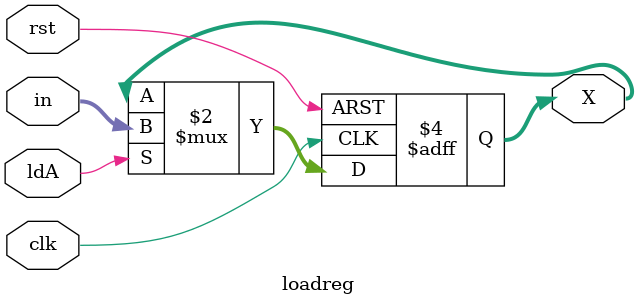
<source format=v>
module loadreg(
    input clk,rst,
    input [3:0] in,
    input ldA,
    output reg [3:0] X);
    
    always @(posedge clk or posedge rst) begin
        if(rst) begin
            X <= 0;
        end 
        else if (ldA) begin
            X <= in;
        end
    end

endmodule
</source>
